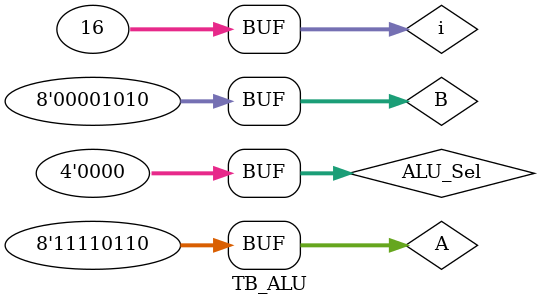
<source format=v>
`timescale 1ns / 1ps


module TB_ALU;
//Inputs
 reg[7:0] A,B;
 reg[3:0] ALU_Sel;

//Outputs
 wire[7:0] ALU_Out;
 wire CarryOut;
 // Verilog code for ALU
 integer i;
 ALU test_unit(
            A,B,  // ALU 8-bit Inputs                 
            ALU_Sel,// ALU Selection
            ALU_Out, // ALU 8-bit Output
            CarryOut // Carry Out Flag
     );
    initial begin
    // hold reset state for 100 ns.
      A = 8'h0A;
      B = 4'h02;
      ALU_Sel = 4'h0;
      #10
      for (i=0;i<=15;i=i+1)
      begin
       ALU_Sel = ALU_Sel + 8'h01;
       #10;
      end;
      
      A = 8'hF6;
      B = 8'h0A;
      
    end
endmodule
</source>
